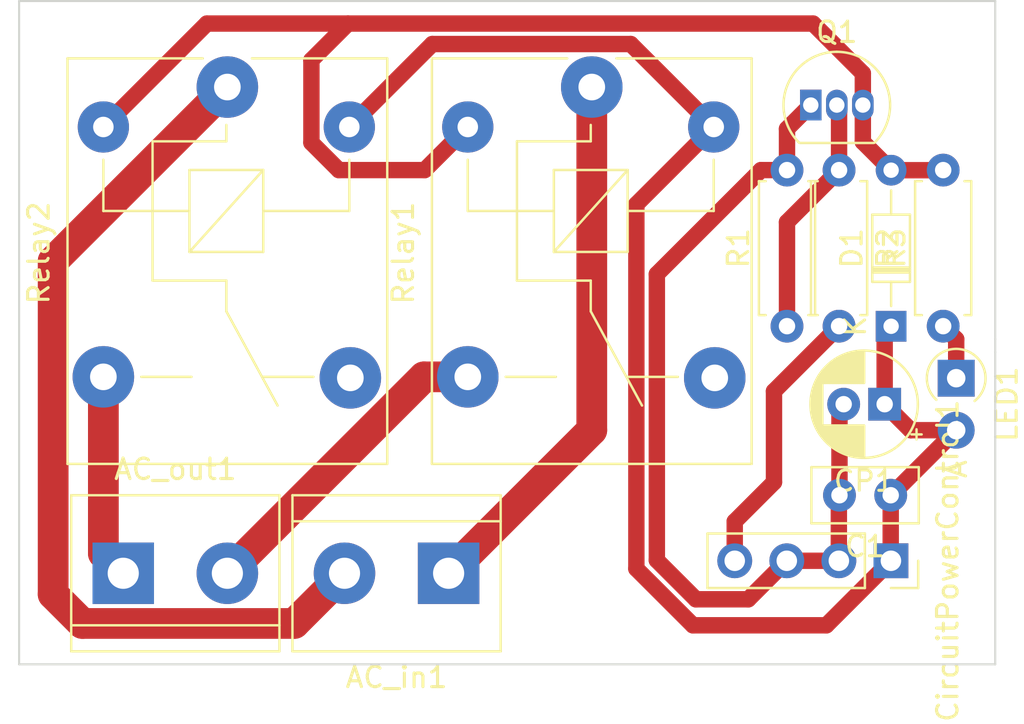
<source format=kicad_pcb>
(kicad_pcb (version 20211014) (generator pcbnew)
  (layers (0 "F.Cu" signal) (31 "B.Cu" signal) (34 "B.Paste" user) (35 "F.Paste" user) (36 "B.SilkS" user "B.Silkscreen") (37 "F.SilkS" user "F.Silkscreen") (38 "B.Mask" user) (39 "F.Mask" user) (44 "Edge.Cuts" user))
  (net 0 "")
  (net 1 "Net-(AC_in1-Pad1)")
  (net 2 "Net-(AC_in1-Pad2)")
  (net 3 "Net-(Relay2-Pad3)")
  (net 4 "Net-(AC_out1-Pad2)")
  (net 5 "+12V")
  (net 6 "GND")
  (net 7 "Net-(CircuitPowerControl1-Pad4)")
  (net 8 "Net-(Q1-Pad3)")
  (net 9 "Net-(LED1-Pad1)")
  (net 10 "Net-(R1-Pad1)")
  (footprint "Diode_THT:D_DO-34_SOD68_P7.62mm_Horizontal" (layer "F.Cu") (at 167.005 125.1 90)
    (fp_text reference "D1" (at 3.81 -1.92 90) (layer "F.SilkS"))
    (fp_text value "D_Schottky")
    (fp_text user "K" (at 0 -1.75 90) (layer "F.SilkS"))
    (fp_line (start 6.63 0) (end 5.45 0) (layer "F.SilkS") (width 0.12))
    (fp_line (start 2.746 -0.92) (end 2.746 0.92) (layer "F.SilkS") (width 0.12))
    (fp_line (start 0.99 0) (end 2.17 0) (layer "F.SilkS") (width 0.12))
    (fp_line (start 2.866 -0.92) (end 2.866 0.92) (layer "F.SilkS") (width 0.12))
    (fp_line (start 5.45 0.92) (end 5.45 -0.92) (layer "F.SilkS") (width 0.12))
    (fp_line (start 5.45 -0.92) (end 2.17 -0.92) (layer "F.SilkS") (width 0.12))
    (fp_line (start 2.17 -0.92) (end 2.17 0.92) (layer "F.SilkS") (width 0.12))
    (fp_line (start 2.626 -0.92) (end 2.626 0.92) (layer "F.SilkS") (width 0.12))
    (fp_line (start 2.17 0.92) (end 5.45 0.92) (layer "F.SilkS") (width 0.12))
    (pad "1" thru_hole rect (at 0 0 90) (size 1.5 1.5) (drill 0.75) (layers *.Cu *.Mask) (net 5 "+12V"))
    (pad "2" thru_hole oval (at 7.62 0 90) (size 1.5 1.5) (drill 0.75) (layers *.Cu *.Mask) (net 8 "Net-(Q1-Pad3)"))
  )
  (footprint "Relay_THT:Relay_SPDT_SANYOU_SRD_Series_Form_C" (layer "F.Cu") (at 134.62 113.42 -90)
    (fp_text reference "Relay2" (at 8.1 9.2 90) (layer "F.SilkS"))
    (fp_text value "12v")
    (fp_line (start 3.55 6.05) (end 6.05 6.05) (layer "F.SilkS") (width 0.12))
    (fp_line (start 2.65 0.05) (end 2.65 3.65) (layer "F.SilkS") (width 0.12))
    (fp_line (start 4.05 -1.75) (end 8.05 -1.75) (layer "F.SilkS") (width 0.12))
    (fp_line (start 18.4 -7.8) (end 18.4 7.8) (layer "F.SilkS") (width 0.12))
    (fp_line (start 8.05 1.85) (end 4.05 -1.75) (layer "F.SilkS") (width 0.12))
    (fp_line (start 2.65 0.05) (end 1.85 0.05) (layer "F.SilkS") (width 0.12))
    (fp_line (start 6.05 -5.95) (end 6.05 -1.75) (layer "F.SilkS") (width 0.12))
    (fp_line (start 9.45 3.65) (end 2.65 3.65) (layer "F.SilkS") (width 0.12))
    (fp_line (start 8.05 1.85) (end 4.05 1.85) (layer "F.SilkS") (width 0.12))
    (fp_line (start 8.05 -1.75) (end 8.05 1.85) (layer "F.SilkS") (width 0.12))
    (fp_line (start 10.95 0.05) (end 15.55 -2.45) (layer "F.SilkS") (width 0.12))
    (fp_line (start -1.4 -7.8) (end 18.4 -7.8) (layer "F.SilkS") (width 0.12))
    (fp_line (start 14.15 -4.2) (end 14.15 -1.7) (layer "F.SilkS") (width 0.12))
    (fp_line (start -1.4 -7.8) (end -1.4 -1.2) (layer "F.SilkS") (width 0.12))
    (fp_line (start 14.15 4.2) (end 14.15 1.75) (layer "F.SilkS") (width 0.12))
    (fp_line (start 6.05 -5.95) (end 3.55 -5.95) (layer "F.SilkS") (width 0.12))
    (fp_line (start 6.05 1.85) (end 6.05 6.05) (layer "F.SilkS") (width 0.12))
    (fp_line (start -1.4 1.2) (end -1.4 7.8) (layer "F.SilkS") (width 0.12))
    (fp_line (start 9.45 0.05) (end 9.45 3.65) (layer "F.SilkS") (width 0.12))
    (fp_line (start 18.4 7.8) (end -1.4 7.8) (layer "F.SilkS") (width 0.12))
    (fp_line (start 9.45 0.05) (end 10.95 0.05) (layer "F.SilkS") (width 0.12))
    (fp_line (start 4.05 1.85) (end 4.05 -1.75) (layer "F.SilkS") (width 0.12))
    (pad "1" thru_hole circle (at 0 0) (size 3 3) (drill 1.3) (layers *.Cu *.Mask) (net 2 "Net-(AC_in1-Pad2)"))
    (pad "2" thru_hole circle (at 1.95 6.05) (size 2.5 2.5) (drill 1) (layers *.Cu *.Mask) (net 8 "Net-(Q1-Pad3)"))
    (pad "3" thru_hole circle (at 14.15 6.05) (size 3 3) (drill 1.3) (layers *.Cu *.Mask) (net 3 "Net-(Relay2-Pad3)"))
    (pad "4" thru_hole circle (at 14.2 -6) (size 3 3) (drill 1.3) (layers *.Cu *.Mask))
    (pad "5" thru_hole circle (at 1.95 -5.95) (size 2.5 2.5) (drill 1) (layers *.Cu *.Mask) (net 5 "+12V"))
  )
  (footprint "Package_TO_SOT_THT:TO-92_Inline" (layer "F.Cu") (at 163.085424 114.3)
    (fp_text reference "Q1" (at 1.27 -3.56) (layer "F.SilkS"))
    (fp_text value "S8050")
    (fp_line (start -0.53 1.85) (end 3.07 1.85) (layer "F.SilkS") (width 0.12))
    (fp_arc (start -0.568478 1.838478) (mid -1.132087 -0.994977) (end 1.27 -2.6) (layer "F.SilkS") (width 0.12))
    (fp_arc (start 1.27 -2.6) (mid 3.672087 -0.994977) (end 3.108478 1.838478) (layer "F.SilkS") (width 0.12))
    (pad "1" thru_hole rect (at 0 0) (size 1.05 1.5) (drill 0.75) (layers *.Cu *.Mask) (net 6 "GND"))
    (pad "2" thru_hole oval (at 1.27 0) (size 1.05 1.5) (drill 0.75) (layers *.Cu *.Mask) (net 10 "Net-(R1-Pad1)"))
    (pad "3" thru_hole oval (at 2.54 0) (size 1.05 1.5) (drill 0.75) (layers *.Cu *.Mask) (net 8 "Net-(Q1-Pad3)"))
  )
  (footprint "Connector_PinSocket_2.54mm:PinSocket_1x04_P2.54mm_Vertical" (layer "F.Cu") (at 166.995 136.55 -90)
    (fp_text reference "CircuitPowerControl1" (at 0 -2.77 90) (layer "F.SilkS"))
    (fp_text value "Conn_01x04_Male")
    (fp_line (start -1.33 8.95) (end 1.33 8.95) (layer "F.SilkS") (width 0.12))
    (fp_line (start 1.33 -1.33) (end 1.33 0) (layer "F.SilkS") (width 0.12))
    (fp_line (start -1.33 1.27) (end -1.33 8.95) (layer "F.SilkS") (width 0.12))
    (fp_line (start 0 -1.33) (end 1.33 -1.33) (layer "F.SilkS") (width 0.12))
    (fp_line (start -1.33 1.27) (end 1.33 1.27) (layer "F.SilkS") (width 0.12))
    (fp_line (start 1.33 1.27) (end 1.33 8.95) (layer "F.SilkS") (width 0.12))
    (pad "1" thru_hole rect (at 0 0 270) (size 1.7 1.7) (drill 1) (layers *.Cu *.Mask) (net 5 "+12V"))
    (pad "2" thru_hole oval (at 0 2.54 270) (size 1.7 1.7) (drill 1) (layers *.Cu *.Mask) (net 6 "GND"))
    (pad "3" thru_hole oval (at 0 5.08 270) (size 1.7 1.7) (drill 1) (layers *.Cu *.Mask) (net 6 "GND"))
    (pad "4" thru_hole oval (at 0 7.62 270) (size 1.7 1.7) (drill 1) (layers *.Cu *.Mask) (net 7 "Net-(CircuitPowerControl1-Pad4)"))
  )
  (footprint "TerminalBlock:TerminalBlock_bornier-2_P5.08mm" (layer "F.Cu") (at 145.415 137.16 180)
    (fp_text reference "AC_in1" (at 2.54 -5.08) (layer "F.SilkS"))
    (fp_text value "Screw_Terminal_01x02")
    (fp_line (start 7.62 -3.81) (end -2.54 -3.81) (layer "F.SilkS") (width 0.12))
    (fp_line (start 7.62 3.81) (end 7.62 -3.81) (layer "F.SilkS") (width 0.12))
    (fp_line (start -2.54 -3.81) (end -2.54 3.81) (layer "F.SilkS") (width 0.12))
    (fp_line (start -2.54 3.81) (end 7.62 3.81) (layer "F.SilkS") (width 0.12))
    (fp_line (start 7.62 2.54) (end -2.54 2.54) (layer "F.SilkS") (width 0.12))
    (pad "1" thru_hole rect (at 0 0 180) (size 3 3) (drill 1.52) (layers *.Cu *.Mask) (net 1 "Net-(AC_in1-Pad1)"))
    (pad "2" thru_hole circle (at 5.08 0 180) (size 3 3) (drill 1.52) (layers *.Cu *.Mask) (net 2 "Net-(AC_in1-Pad2)"))
  )
  (footprint "Resistor_THT:R_Axial_DIN0207_L6.3mm_D2.5mm_P7.62mm_Horizontal" (layer "F.Cu") (at 169.545 125.095 90)
    (fp_text reference "R3" (at 3.81 -2.37 90) (layer "F.SilkS"))
    (fp_text value "470")
    (fp_line (start 0.54 1.37) (end 7.08 1.37) (layer "F.SilkS") (width 0.12))
    (fp_line (start 0.54 -1.04) (end 0.54 -1.37) (layer "F.SilkS") (width 0.12))
    (fp_line (start 0.54 -1.37) (end 7.08 -1.37) (layer "F.SilkS") (width 0.12))
    (fp_line (start 7.08 1.37) (end 7.08 1.04) (layer "F.SilkS") (width 0.12))
    (fp_line (start 7.08 -1.37) (end 7.08 -1.04) (layer "F.SilkS") (width 0.12))
    (fp_line (start 0.54 1.04) (end 0.54 1.37) (layer "F.SilkS") (width 0.12))
    (pad "1" thru_hole circle (at 0 0 90) (size 1.6 1.6) (drill 0.8) (layers *.Cu *.Mask) (net 9 "Net-(LED1-Pad1)"))
    (pad "2" thru_hole oval (at 7.62 0 90) (size 1.6 1.6) (drill 0.8) (layers *.Cu *.Mask) (net 8 "Net-(Q1-Pad3)"))
  )
  (footprint "Resistor_THT:R_Axial_DIN0207_L6.3mm_D2.5mm_P7.62mm_Horizontal" (layer "F.Cu") (at 161.925 125.095 90)
    (fp_text reference "R1" (at 3.81 -2.37 90) (layer "F.SilkS"))
    (fp_text value "10kohm")
    (fp_line (start 7.08 -1.37) (end 7.08 -1.04) (layer "F.SilkS") (width 0.12))
    (fp_line (start 0.54 -1.04) (end 0.54 -1.37) (layer "F.SilkS") (width 0.12))
    (fp_line (start 0.54 1.04) (end 0.54 1.37) (layer "F.SilkS") (width 0.12))
    (fp_line (start 7.08 1.37) (end 7.08 1.04) (layer "F.SilkS") (width 0.12))
    (fp_line (start 0.54 -1.37) (end 7.08 -1.37) (layer "F.SilkS") (width 0.12))
    (fp_line (start 0.54 1.37) (end 7.08 1.37) (layer "F.SilkS") (width 0.12))
    (pad "1" thru_hole circle (at 0 0 90) (size 1.6 1.6) (drill 0.8) (layers *.Cu *.Mask) (net 10 "Net-(R1-Pad1)"))
    (pad "2" thru_hole oval (at 7.62 0 90) (size 1.6 1.6) (drill 0.8) (layers *.Cu *.Mask) (net 6 "GND"))
  )
  (footprint "Resistor_THT:R_Axial_DIN0207_L6.3mm_D2.5mm_P7.62mm_Horizontal" (layer "F.Cu") (at 164.465 117.475 -90)
    (fp_text reference "R2" (at 3.81 -2.37 90) (layer "F.SilkS"))
    (fp_text value "220")
    (fp_line (start 0.54 -1.04) (end 0.54 -1.37) (layer "F.SilkS") (width 0.12))
    (fp_line (start 7.08 1.37) (end 7.08 1.04) (layer "F.SilkS") (width 0.12))
    (fp_line (start 7.08 -1.37) (end 7.08 -1.04) (layer "F.SilkS") (width 0.12))
    (fp_line (start 0.54 1.37) (end 7.08 1.37) (layer "F.SilkS") (width 0.12))
    (fp_line (start 0.54 -1.37) (end 7.08 -1.37) (layer "F.SilkS") (width 0.12))
    (fp_line (start 0.54 1.04) (end 0.54 1.37) (layer "F.SilkS") (width 0.12))
    (pad "1" thru_hole circle (at 0 0 270) (size 1.6 1.6) (drill 0.8) (layers *.Cu *.Mask) (net 10 "Net-(R1-Pad1)"))
    (pad "2" thru_hole oval (at 7.62 0 270) (size 1.6 1.6) (drill 0.8) (layers *.Cu *.Mask) (net 7 "Net-(CircuitPowerControl1-Pad4)"))
  )
  (footprint "Capacitor_THT:C_Disc_D5.0mm_W2.5mm_P2.50mm" (layer "F.Cu") (at 166.985 133.35 180)
    (fp_text reference "C1" (at 1.25 -2.5) (layer "F.SilkS"))
    (fp_text value "100nF")
    (fp_line (start -1.37 -1.37) (end -1.37 1.37) (layer "F.SilkS") (width 0.12))
    (fp_line (start -1.37 -1.37) (end 3.87 -1.37) (layer "F.SilkS") (width 0.12))
    (fp_line (start 3.87 -1.37) (end 3.87 1.37) (layer "F.SilkS") (width 0.12))
    (fp_line (start -1.37 1.37) (end 3.87 1.37) (layer "F.SilkS") (width 0.12))
    (pad "1" thru_hole circle (at 0 0 180) (size 1.6 1.6) (drill 0.8) (layers *.Cu *.Mask) (net 5 "+12V"))
    (pad "2" thru_hole circle (at 2.5 0 180) (size 1.6 1.6) (drill 0.8) (layers *.Cu *.Mask) (net 6 "GND"))
  )
  (footprint "Capacitor_THT:CP_Radial_D5.0mm_P2.00mm" (layer "F.Cu") (at 166.690112 128.905 180)
    (fp_text reference "CP1" (at 1 -3.75) (layer "F.SilkS"))
    (fp_text value "100uF")
    (fp_line (start 1.36 -2.556) (end 1.36 -1.04) (layer "F.SilkS") (width 0.12))
    (fp_line (start 1.48 1.04) (end 1.48 2.536) (layer "F.SilkS") (width 0.12))
    (fp_line (start 2.441 1.04) (end 2.441 2.149) (layer "F.SilkS") (width 0.12))
    (fp_line (start 2.281 -2.247) (end 2.281 -1.04) (layer "F.SilkS") (width 0.12))
    (fp_line (start 2.801 1.04) (end 2.801 1.864) (layer "F.SilkS") (width 0.12))
    (fp_line (start 2.961 1.04) (end 2.961 1.699) (layer "F.SilkS") (width 0.12))
    (fp_line (start 1.2 -2.573) (end 1.2 -1.04) (layer "F.SilkS") (width 0.12))
    (fp_line (start 2.001 1.04) (end 2.001 2.382) (layer "F.SilkS") (width 0.12))
    (fp_line (start 2.441 -2.149) (end 2.441 -1.04) (layer "F.SilkS") (width 0.12))
    (fp_line (start 2.281 1.04) (end 2.281 2.247) (layer "F.SilkS") (width 0.12))
    (fp_line (start 1.68 1.04) (end 1.68 2.491) (layer "F.SilkS") (width 0.12))
    (fp_line (start 2.681 1.04) (end 2.681 1.971) (layer "F.SilkS") (width 0.12))
    (fp_line (start 1.24 1.04) (end 1.24 2.569) (layer "F.SilkS") (width 0.12))
    (fp_line (start 1.761 1.04) (end 1.761 2.468) (layer "F.SilkS") (width 0.12))
    (fp_line (start 2.921 -1.743) (end 2.921 -1.04) (layer "F.SilkS") (width 0.12))
    (fp_line (start 2.521 -2.095) (end 2.521 -1.04) (layer "F.SilkS") (width 0.12))
    (fp_line (start 1.28 -2.565) (end 1.28 -1.04) (layer "F.SilkS") (width 0.12))
    (fp_line (start 1.721 -2.48) (end 1.721 -1.04) (layer "F.SilkS") (width 0.12))
    (fp_line (start 1.6 1.04) (end 1.6 2.511) (layer "F.SilkS") (width 0.12))
    (fp_line (start 3.481 -0.805) (end 3.481 0.805) (layer "F.SilkS") (width 0.12))
    (fp_line (start 1.881 1.04) (end 1.881 2.428) (layer "F.SilkS") (width 0.12))
    (fp_line (start 2.241 -2.268) (end 2.241 -1.04) (layer "F.SilkS") (width 0.12))
    (fp_line (start 2.481 -2.122) (end 2.481 -1.04) (layer "F.SilkS") (width 0.12))
    (fp_line (start 2.521 1.04) (end 2.521 2.095) (layer "F.SilkS") (width 0.12))
    (fp_line (start 1.12 1.04) (end 1.12 2.578) (layer "F.SilkS") (width 0.12))
    (fp_line (start 1.52 1.04) (end 1.52 2.528) (layer "F.SilkS") (width 0.12))
    (fp_line (start 3.521 -0.677) (end 3.521 0.677) (layer "F.SilkS") (width 0.12))
    (fp_line (start 3.601 -0.284) (end 3.601 0.284) (layer "F.SilkS") (width 0.12))
    (fp_line (start 3.401 -1.011) (end 3.401 1.011) (layer "F.SilkS") (width 0.12))
    (fp_line (start 3.241 -1.319) (end 3.241 1.319) (layer "F.SilkS") (width 0.12))
    (fp_line (start 1.36 1.04) (end 1.36 2.556) (layer "F.SilkS") (width 0.12))
    (fp_line (start 2.041 -2.365) (end 2.041 -1.04) (layer "F.SilkS") (width 0.12))
    (fp_line (start 1.761 -2.468) (end 1.761 -1.04) (layer "F.SilkS") (width 0.12))
    (fp_line (start 1 -2.58) (end 1 -1.04) (layer "F.SilkS") (width 0.12))
    (fp_line (start 1.64 1.04) (end 1.64 2.501) (layer "F.SilkS") (width 0.12))
    (fp_line (start 2.081 1.04) (end 2.081 2.348) (layer "F.SilkS") (width 0.12))
    (fp_line (start 2.881 -1.785) (end 2.881 -1.04) (layer "F.SilkS") (width 0.12))
    (fp_line (start 1.52 -2.528) (end 1.52 -1.04) (layer "F.SilkS") (width 0.12))
    (fp_line (start 1.881 -2.428) (end 1.881 -1.04) (layer "F.SilkS") (width 0.12))
    (fp_line (start 2.641 -2.004) (end 2.641 -1.04) (layer "F.SilkS") (width 0.12))
    (fp_line (start 3.361 -1.098) (end 3.361 1.098) (layer "F.SilkS") (width 0.12))
    (fp_line (start 1.841 1.04) (end 1.841 2.442) (layer "F.SilkS") (width 0.12))
    (fp_line (start 3.161 -1.443) (end 3.161 1.443) (layer "F.SilkS") (width 0.12))
    (fp_line (start 2.561 1.04) (end 2.561 2.065) (layer "F.SilkS") (width 0.12))
    (fp_line (start 2.401 -2.175) (end 2.401 -1.04) (layer "F.SilkS") (width 0.12))
    (fp_line (start 2.641 1.04) (end 2.641 2.004) (layer "F.SilkS") (width 0.12))
    (fp_line (start 2.721 -1.937) (end 2.721 -1.04) (layer "F.SilkS") (width 0.12))
    (fp_line (start 1.721 1.04) (end 1.721 2.48) (layer "F.SilkS") (width 0.12))
    (fp_line (start 1.32 -2.561) (end 1.32 -1.04) (layer "F.SilkS") (width 0.12))
    (fp_line (start 1.08 1.04) (end 1.08 2.579) (layer "F.SilkS") (width 0.12))
    (fp_line (start 2.601 1.04) (end 2.601 2.035) (layer "F.SilkS") (width 0.12))
    (fp_line (start 3.121 -1.5) (end 3.121 1.5) (layer "F.SilkS") (width 0.12))
    (fp_line (start 3.201 -1.383) (end 3.201 1.383) (layer "F.SilkS") (width 0.12))
    (fp_line (start 1.24 -2.569) (end 1.24 -1.04) (layer "F.SilkS") (width 0.12))
    (fp_line (start 3.441 -0.915) (end 3.441 0.915) (layer "F.SilkS") (width 0.12))
    (fp_line (start 2.361 -2.2) (end 2.361 -1.04) (layer "F.SilkS") (width 0.12))
    (fp_line (start 2.321 -2.224) (end 2.321 -1.04) (layer "F.SilkS") (width 0.12))
    (fp_line (start 2.761 -1.901) (end 2.761 -1.04) (layer "F.SilkS") (width 0.12))
    (fp_line (start 2.801 -1.864) (end 2.801 -1.04) (layer "F.SilkS") (width 0.12))
    (fp_line (start 2.201 -2.29) (end 2.201 -1.04) (layer "F.SilkS") (width 0.12))
    (fp_line (start 3.081 -1.554) (end 3.081 1.554) (layer "F.SilkS") (width 0.12))
    (fp_line (start 1.08 -2.579) (end 1.08 -1.04) (layer "F.SilkS") (width 0.12))
    (fp_line (start 1.16 -2.576) (end 1.16 -1.04) (layer "F.SilkS") (width 0.12))
    (fp_line (start 2.921 1.04) (end 2.921 1.743) (layer "F.SilkS") (width 0.12))
    (fp_line (start 1.801 -2.455) (end 1.801 -1.04) (layer "F.SilkS") (width 0.12))
    (fp_line (start 3.321 -1.178) (end 3.321 1.178) (layer "F.SilkS") (width 0.12))
    (fp_line (start 2.681 -1.971) (end 2.681 -1.04) (layer "F.SilkS") (width 0.12))
    (fp_line (start 2.081 -2.348) (end 2.081 -1.04) (layer "F.SilkS") (width 0.12))
    (fp_line (start 3.281 -1.251) (end 3.281 1.251) (layer "F.SilkS") (width 0.12))
    (fp_line (start 2.161 -2.31) (end 2.161 -1.04) (layer "F.SilkS") (width 0.12))
    (fp_line (start -1.554775 -1.725) (end -1.554775 -1.225) (layer "F.SilkS") (width 0.12))
    (fp_line (start 1.921 1.04) (end 1.921 2.414) (layer "F.SilkS") (width 0.12))
    (fp_line (start 1.841 -2.442) (end 1.841 -1.04) (layer "F.SilkS") (width 0.12))
    (fp_line (start 1.16 1.04) (end 1.16 2.576) (layer "F.SilkS") (width 0.12))
    (fp_line (start 1.04 -2.58) (end 1.04 -1.04) (layer "F.SilkS") (width 0.12))
    (fp_line (start 1.48 -2.536) (end 1.48 -1.04) (layer "F.SilkS") (width 0.12))
    (fp_line (start 2.401 1.04) (end 2.401 2.175) (layer "F.SilkS") (width 0.12))
    (fp_line (start 1.44 -2.543) (end 1.44 -1.04) (layer "F.SilkS") (width 0.12))
    (fp_line (start 3.041 -1.605) (end 3.041 1.605) (layer "F.SilkS") (width 0.12))
    (fp_line (start 2.161 1.04) (end 2.161 2.31) (layer "F.SilkS") (width 0.12))
    (fp_line (start 2.041 1.04) (end 2.041 2.365) (layer "F.SilkS") (width 0.12))
    (fp_line (start 2.321 1.04) (end 2.321 2.224) (layer "F.SilkS") (width 0.12))
    (fp_line (start 2.961 -1.699) (end 2.961 -1.04) (layer "F.SilkS") (width 0.12))
    (fp_line (start 2.601 -2.035) (end 2.601 -1.04) (layer "F.SilkS") (width 0.12))
    (fp_line (start 1.04 1.04) (end 1.04 2.58) (layer "F.SilkS") (width 0.12))
    (fp_line (start 1.56 1.04) (end 1.56 2.52) (layer "F.SilkS") (width 0.12))
    (fp_line (start 2.721 1.04) (end 2.721 1.937) (layer "F.SilkS") (width 0.12))
    (fp_line (start 2.881 1.04) (end 2.881 1.785) (layer "F.SilkS") (width 0.12))
    (fp_line (start 1.961 1.04) (end 1.961 2.398) (layer "F.SilkS") (width 0.12))
    (fp_line (start 2.841 -1.826) (end 2.841 -1.04) (layer "F.SilkS") (width 0.12))
    (fp_line (start 2.201 1.04) (end 2.201 2.29) (layer "F.SilkS") (width 0.12))
    (fp_line (start 2.001 -2.382) (end 2.001 -1.04) (layer "F.SilkS") (width 0.12))
    (fp_line (start 2.761 1.04) (end 2.761 1.901) (layer "F.SilkS") (width 0.12))
    (fp_line (start 2.241 1.04) (end 2.241 2.268) (layer "F.SilkS") (width 0.12))
    (fp_line (start 1.32 1.04) (end 1.32 2.561) (layer "F.SilkS") (width 0.12))
    (fp_line (start 1.68 -2.491) (end 1.68 -1.04) (layer "F.SilkS") (width 0.12))
    (fp_line (start 2.121 1.04) (end 2.121 2.329) (layer "F.SilkS") (width 0.12))
    (fp_line (start 2.561 -2.065) (end 2.561 -1.04) (layer "F.SilkS") (width 0.12))
    (fp_line (start 1 1.04) (end 1 2.58) (layer "F.SilkS") (width 0.12))
    (fp_line (start 1.921 -2.414) (end 1.921 -1.04) (layer "F.SilkS") (width 0.12))
    (fp_line (start 1.6 -2.511) (end 1.6 -1.04) (layer "F.SilkS") (width 0.12))
    (fp_line (start 3.001 -1.653) (end 3.001 -1.04) (layer "F.SilkS") (width 0.12))
    (fp_line (start 1.56 -2.52) (end 1.56 -1.04) (layer "F.SilkS") (width 0.12))
    (fp_line (start 1.12 -2.578) (end 1.12 -1.04) (layer "F.SilkS") (width 0.12))
    (fp_line (start 2.361 1.04) (end 2.361 2.2) (layer "F.SilkS") (width 0.12))
    (fp_line (start 1.28 1.04) (end 1.28 2.565) (layer "F.SilkS") (width 0.12))
    (fp_line (start 2.121 -2.329) (end 2.121 -1.04) (layer "F.SilkS") (width 0.12))
    (fp_line (start 2.481 1.04) (end 2.481 2.122) (layer "F.SilkS") (width 0.12))
    (fp_line (start 3.561 -0.518) (end 3.561 0.518) (layer "F.SilkS") (width 0.12))
    (fp_line (start 2.841 1.04) (end 2.841 1.826) (layer "F.SilkS") (width 0.12))
    (fp_line (start 1.801 1.04) (end 1.801 2.455) (layer "F.SilkS") (width 0.12))
    (fp_line (start 1.2 1.04) (end 1.2 2.573) (layer "F.SilkS") (width 0.12))
    (fp_line (start 1.64 -2.501) (end 1.64 -1.04) (layer "F.SilkS") (width 0.12))
    (fp_line (start 1.44 1.04) (end 1.44 2.543) (layer "F.SilkS") (width 0.12))
    (fp_line (start 1.4 1.04) (end 1.4 2.55) (layer "F.SilkS") (width 0.12))
    (fp_line (start -1.804775 -1.475) (end -1.304775 -1.475) (layer "F.SilkS") (width 0.12))
    (fp_line (start 1.961 -2.398) (end 1.961 -1.04) (layer "F.SilkS") (width 0.12))
    (fp_line (start 1.4 -2.55) (end 1.4 -1.04) (layer "F.SilkS") (width 0.12))
    (fp_line (start 3.001 1.04) (end 3.001 1.653) (layer "F.SilkS") (width 0.12))
    (fp_circle (center 1 0) (end 3.62 0) (layer "F.SilkS") (width 0.12) (fill none))
    (pad "1" thru_hole rect (at 0 0 180) (size 1.6 1.6) (drill 0.8) (layers *.Cu *.Mask) (net 5 "+12V"))
    (pad "2" thru_hole circle (at 2 0 180) (size 1.6 1.6) (drill 0.8) (layers *.Cu *.Mask) (net 6 "GND"))
  )
  (footprint "Diode_THT:D_A-405_P2.54mm_Vertical_AnodeUp" (layer "F.Cu") (at 170.18 127.635 -90)
    (fp_text reference "LED1" (at 1.27 -2.47 90) (layer "F.SilkS"))
    (fp_text value "RED")
    (fp_text user "A" (at 4.44 0 90) (layer "F.SilkS"))
    (fp_arc (start 1.05385 0.968866) (mid -1.430816 -0.045469) (end 1.113239 -0.9) (layer "F.SilkS") (width 0.12))
    (pad "1" thru_hole rect (at 0 0 270) (size 1.8 1.8) (drill 0.9) (layers *.Cu *.Mask) (net 9 "Net-(LED1-Pad1)"))
    (pad "2" thru_hole oval (at 2.54 0 270) (size 1.8 1.8) (drill 0.9) (layers *.Cu *.Mask) (net 5 "+12V"))
  )
  (footprint "TerminalBlock:TerminalBlock_bornier-2_P5.08mm" (layer "F.Cu") (at 129.54 137.16)
    (fp_text reference "AC_out1" (at 2.54 -5.08) (layer "F.SilkS"))
    (fp_text value "Screw_Terminal_01x02")
    (fp_line (start -2.54 3.81) (end 7.62 3.81) (layer "F.SilkS") (width 0.12))
    (fp_line (start 7.62 -3.81) (end -2.54 -3.81) (layer "F.SilkS") (width 0.12))
    (fp_line (start 7.62 3.81) (end 7.62 -3.81) (layer "F.SilkS") (width 0.12))
    (fp_line (start 7.62 2.54) (end -2.54 2.54) (layer "F.SilkS") (width 0.12))
    (fp_line (start -2.54 -3.81) (end -2.54 3.81) (layer "F.SilkS") (width 0.12))
    (pad "1" thru_hole rect (at 0 0) (size 3 3) (drill 1.52) (layers *.Cu *.Mask) (net 3 "Net-(Relay2-Pad3)"))
    (pad "2" thru_hole circle (at 5.08 0) (size 3 3) (drill 1.52) (layers *.Cu *.Mask) (net 4 "Net-(AC_out1-Pad2)"))
  )
  (footprint "Relay_THT:Relay_SPDT_SANYOU_SRD_Series_Form_C" (layer "F.Cu") (at 152.4 113.42 -90)
    (fp_text reference "Relay1" (at 8.1 9.2 90) (layer "F.SilkS"))
    (fp_text value "12v")
    (fp_line (start 2.65 0.05) (end 2.65 3.65) (layer "F.SilkS") (width 0.12))
    (fp_line (start 8.05 1.85) (end 4.05 1.85) (layer "F.SilkS") (width 0.12))
    (fp_line (start 9.45 0.05) (end 10.95 0.05) (layer "F.SilkS") (width 0.12))
    (fp_line (start 2.65 0.05) (end 1.85 0.05) (layer "F.SilkS") (width 0.12))
    (fp_line (start 14.15 -4.2) (end 14.15 -1.7) (layer "F.SilkS") (width 0.12))
    (fp_line (start 6.05 -5.95) (end 6.05 -1.75) (layer "F.SilkS") (width 0.12))
    (fp_line (start 8.05 1.85) (end 4.05 -1.75) (layer "F.SilkS") (width 0.12))
    (fp_line (start -1.4 -7.8) (end 18.4 -7.8) (layer "F.SilkS") (width 0.12))
    (fp_line (start 4.05 -1.75) (end 8.05 -1.75) (layer "F.SilkS") (width 0.12))
    (fp_line (start -1.4 -7.8) (end -1.4 -1.2) (layer "F.SilkS") (width 0.12))
    (fp_line (start 8.05 -1.75) (end 8.05 1.85) (layer "F.SilkS") (width 0.12))
    (fp_line (start 9.45 0.05) (end 9.45 3.65) (layer "F.SilkS") (width 0.12))
    (fp_line (start 10.95 0.05) (end 15.55 -2.45) (layer "F.SilkS") (width 0.12))
    (fp_line (start 4.05 1.85) (end 4.05 -1.75) (layer "F.SilkS") (width 0.12))
    (fp_line (start 6.05 1.85) (end 6.05 6.05) (layer "F.SilkS") (width 0.12))
    (fp_line (start 18.4 -7.8) (end 18.4 7.8) (layer "F.SilkS") (width 0.12))
    (fp_line (start 9.45 3.65) (end 2.65 3.65) (layer "F.SilkS") (width 0.12))
    (fp_line (start 14.15 4.2) (end 14.15 1.75) (layer "F.SilkS") (width 0.12))
    (fp_line (start 6.05 -5.95) (end 3.55 -5.95) (layer "F.SilkS") (width 0.12))
    (fp_line (start 3.55 6.05) (end 6.05 6.05) (layer "F.SilkS") (width 0.12))
    (fp_line (start 18.4 7.8) (end -1.4 7.8) (layer "F.SilkS") (width 0.12))
    (fp_line (start -1.4 1.2) (end -1.4 7.8) (layer "F.SilkS") (width 0.12))
    (pad "1" thru_hole circle (at 0 0) (size 3 3) (drill 1.3) (layers *.Cu *.Mask) (net 1 "Net-(AC_in1-Pad1)"))
    (pad "2" thru_hole circle (at 1.95 6.05) (size 2.5 2.5) (drill 1) (layers *.Cu *.Mask) (net 8 "Net-(Q1-Pad3)"))
    (pad "3" thru_hole circle (at 14.15 6.05) (size 3 3) (drill 1.3) (layers *.Cu *.Mask) (net 4 "Net-(AC_out1-Pad2)"))
    (pad "4" thru_hole circle (at 14.2 -6) (size 3 3) (drill 1.3) (layers *.Cu *.Mask))
    (pad "5" thru_hole circle (at 1.95 -5.95) (size 2.5 2.5) (drill 1) (layers *.Cu *.Mask) (net 5 "+12V"))
  )
  (gr_line (start 124.46 109.22) (end 172.085 109.22) (layer "Edge.Cuts") (width 0.1))
  (gr_line (start 172.085 126.365) (end 172.085 141.605) (layer "Edge.Cuts") (width 0.1))
  (gr_line (start 172.085 109.22) (end 172.085 125.73) (layer "Edge.Cuts") (width 0.1))
  (gr_line (start 124.46 141.605) (end 124.46 109.22) (layer "Edge.Cuts") (width 0.1))
  (gr_line (start 172.085 125.73) (end 172.085 126.365) (layer "Edge.Cuts") (width 0.1))
  (gr_line (start 172.085 141.605) (end 124.46 141.605) (layer "Edge.Cuts") (width 0.1))
  (segment (start 152.4 113.42) (end 152.4 130.175) (width 1.5) (layer "F.Cu") (net 1))
  (segment (start 152.4 130.175) (end 145.415 137.16) (width 1.5) (layer "F.Cu") (net 1))
  (segment (start 134.62 113.42) (end 126.12 121.92) (width 1.5) (layer "F.Cu") (net 2))
  (segment (start 127.545 139.61) (end 137.885 139.61) (width 1.5) (layer "F.Cu") (net 2))
  (segment (start 126.12 138.185) (end 127.545 139.61) (width 1.5) (layer "F.Cu") (net 2))
  (segment (start 126.12 121.92) (end 126.12 138.185) (width 1.5) (layer "F.Cu") (net 2))
  (segment (start 137.885 139.61) (end 140.335 137.16) (width 1.5) (layer "F.Cu") (net 2))
  (segment (start 128.57 127.57) (end 128.57 136.19) (width 1.5) (layer "F.Cu") (net 3))
  (segment (start 128.57 136.19) (end 129.54 137.16) (width 1.5) (layer "F.Cu") (net 3))
  (segment (start 144.21 127.57) (end 134.62 137.16) (width 1.5) (layer "F.Cu") (net 4))
  (segment (start 146.35 127.57) (end 144.21 127.57) (width 1.5) (layer "F.Cu") (net 4))
  (segment (start 154.3 111.32) (end 144.62 111.32) (width 0.8) (layer "F.Cu") (net 5))
  (segment (start 166.995 136.55) (end 163.845 139.7) (width 0.8) (layer "F.Cu") (net 5))
  (segment (start 154.574999 136.939213) (end 154.574999 119.145001) (width 0.8) (layer "F.Cu") (net 5))
  (segment (start 167.005 133.35) (end 170.18 130.175) (width 0.8) (layer "F.Cu") (net 5))
  (segment (start 166.690112 128.905) (end 166.690112 125.414888) (width 0.8) (layer "F.Cu") (net 5))
  (segment (start 163.845 139.7) (end 157.335786 139.7) (width 0.8) (layer "F.Cu") (net 5))
  (segment (start 166.995 136.535) (end 167.005 136.525) (width 0.8) (layer "F.Cu") (net 5))
  (segment (start 157.335786 139.7) (end 154.574999 136.939213) (width 0.8) (layer "F.Cu") (net 5))
  (segment (start 166.985 133.35) (end 167.005 133.35) (width 0.8) (layer "F.Cu") (net 5))
  (segment (start 167.960112 130.175) (end 166.690112 128.905) (width 0.8) (layer "F.Cu") (net 5))
  (segment (start 154.574999 119.145001) (end 158.35 115.37) (width 0.8) (layer "F.Cu") (net 5))
  (segment (start 144.62 111.32) (end 140.57 115.37) (width 0.8) (layer "F.Cu") (net 5))
  (segment (start 166.985 136.505) (end 166.985 133.35) (width 0.8) (layer "F.Cu") (net 5))
  (segment (start 158.35 115.37) (end 154.3 111.32) (width 0.8) (layer "F.Cu") (net 5))
  (segment (start 166.995 136.55) (end 166.995 136.535) (width 0.8) (layer "F.Cu") (net 5))
  (segment (start 166.690112 125.414888) (end 167.005 125.1) (width 0.8) (layer "F.Cu") (net 5))
  (segment (start 167.005 136.525) (end 166.985 136.505) (width 0.8) (layer "F.Cu") (net 5))
  (segment (start 170.18 130.175) (end 167.960112 130.175) (width 0.8) (layer "F.Cu") (net 5))
  (segment (start 161.915 136.55) (end 160.035 138.43) (width 0.8) (layer "F.Cu") (net 6))
  (segment (start 157.48 138.43) (end 155.575 136.525) (width 0.8) (layer "F.Cu") (net 6))
  (segment (start 164.485 133.35) (end 164.485 129.110112) (width 0.8) (layer "F.Cu") (net 6))
  (segment (start 160.655 117.475) (end 161.925 117.475) (width 0.8) (layer "F.Cu") (net 6))
  (segment (start 160.035 138.43) (end 157.48 138.43) (width 0.8) (layer "F.Cu") (net 6))
  (segment (start 161.915 136.55) (end 164.455 136.55) (width 0.8) (layer "F.Cu") (net 6))
  (segment (start 164.455 133.38) (end 164.485 133.35) (width 0.8) (layer "F.Cu") (net 6))
  (segment (start 161.925 115.460424) (end 163.085424 114.3) (width 0.8) (layer "F.Cu") (net 6))
  (segment (start 164.455 136.55) (end 164.455 133.38) (width 0.8) (layer "F.Cu") (net 6))
  (segment (start 155.575 136.525) (end 155.575 122.555) (width 0.8) (layer "F.Cu") (net 6))
  (segment (start 164.485 129.110112) (end 164.690112 128.905) (width 0.8) (layer "F.Cu") (net 6))
  (segment (start 161.925 117.475) (end 161.925 115.460424) (width 0.8) (layer "F.Cu") (net 6))
  (segment (start 155.575 122.555) (end 160.655 117.475) (width 0.8) (layer "F.Cu") (net 6))
  (segment (start 161.29 132.715) (end 159.375 134.63) (width 0.8) (layer "F.Cu") (net 7))
  (segment (start 159.375 134.63) (end 159.375 136.55) (width 0.8) (layer "F.Cu") (net 7))
  (segment (start 164.465 125.095) (end 161.29 128.27) (width 0.8) (layer "F.Cu") (net 7))
  (segment (start 161.29 128.27) (end 161.29 132.715) (width 0.8) (layer "F.Cu") (net 7))
  (segment (start 165.625424 114.3) (end 165.625424 116.100424) (width 0.8) (layer "F.Cu") (net 8))
  (segment (start 140.058704 117.475) (end 144.245 117.475) (width 0.8) (layer "F.Cu") (net 8))
  (segment (start 140.505001 110.319999) (end 138.72 112.105) (width 0.8) (layer "F.Cu") (net 8))
  (segment (start 144.245 117.475) (end 146.35 115.37) (width 0.8) (layer "F.Cu") (net 8))
  (segment (start 165.625424 116.100424) (end 167.005 117.48) (width 0.8) (layer "F.Cu") (net 8))
  (segment (start 140.505001 110.319999) (end 133.620001 110.319999) (width 0.8) (layer "F.Cu") (net 8))
  (segment (start 138.72 116.136296) (end 140.058704 117.475) (width 0.8) (layer "F.Cu") (net 8))
  (segment (start 133.620001 110.319999) (end 128.57 115.37) (width 0.8) (layer "F.Cu") (net 8))
  (segment (start 165.625424 114.3) (end 165.625424 112.75) (width 0.8) (layer "F.Cu") (net 8))
  (segment (start 165.625424 112.75) (end 163.195423 110.319999) (width 0.8) (layer "F.Cu") (net 8))
  (segment (start 163.195423 110.319999) (end 140.505001 110.319999) (width 0.8) (layer "F.Cu") (net 8))
  (segment (start 138.72 112.105) (end 138.72 116.136296) (width 0.8) (layer "F.Cu") (net 8))
  (segment (start 167.005 117.48) (end 169.54 117.48) (width 0.8) (layer "F.Cu") (net 8))
  (segment (start 169.54 117.48) (end 169.545 117.475) (width 0.8) (layer "F.Cu") (net 8))
  (segment (start 170.18 125.73) (end 169.545 125.095) (width 0.8) (layer "F.Cu") (net 9))
  (segment (start 170.18 127.635) (end 170.18 125.73) (width 0.8) (layer "F.Cu") (net 9))
  (segment (start 161.925 120.015) (end 164.465 117.475) (width 0.8) (layer "F.Cu") (net 10))
  (segment (start 161.925 125.095) (end 161.925 120.015) (width 0.8) (layer "F.Cu") (net 10))
  (segment (start 164.465 117.475) (end 164.465 114.409576) (width 0.8) (layer "F.Cu") (net 10))
  (segment (start 164.465 114.409576) (end 164.355424 114.3) (width 0.8) (layer "F.Cu") (net 10))
)
</source>
